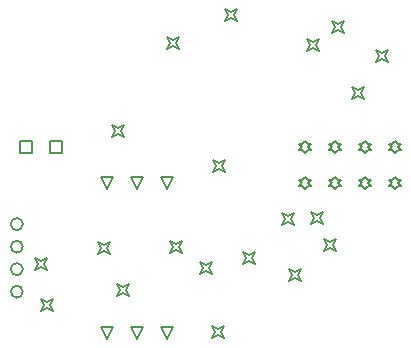
<source format=gbr>
G04 Layer_Color=2752767*
%FSLAX45Y45*%
%MOMM*%
%TF.FileFunction,Drawing*%
%TF.Part,Single*%
G01*
G75*
%TA.AperFunction,NonConductor*%
%ADD41C,0.12700*%
%ADD42C,0.16933*%
D41*
X-2209800Y914400D02*
Y1016000D01*
X-2108200D01*
Y914400D01*
X-2209800D01*
X-2463800D02*
Y1016000D01*
X-2362200D01*
Y914400D01*
X-2463800D01*
X-1727200Y-660400D02*
X-1778000Y-558800D01*
X-1676400D01*
X-1727200Y-660400D01*
X-1473200D02*
X-1524000Y-558800D01*
X-1422400D01*
X-1473200Y-660400D01*
X-1219200D02*
X-1270000Y-558800D01*
X-1168400D01*
X-1219200Y-660400D01*
Y609600D02*
X-1270000Y711200D01*
X-1168400D01*
X-1219200Y609600D01*
X-1473200D02*
X-1524000Y711200D01*
X-1422400D01*
X-1473200Y609600D01*
X-1727200D02*
X-1778000Y711200D01*
X-1676400D01*
X-1727200Y609600D01*
X-50800Y914400D02*
X-25400Y939800D01*
X0D01*
X-25400Y965200D01*
X0Y990600D01*
X-25400D01*
X-50800Y1016000D01*
X-76200Y990600D01*
X-101600D01*
X-76200Y965200D01*
X-101600Y939800D01*
X-76200D01*
X-50800Y914400D01*
X203200D02*
X228600Y939800D01*
X254000D01*
X228600Y965200D01*
X254000Y990600D01*
X228600D01*
X203200Y1016000D01*
X177800Y990600D01*
X152400D01*
X177800Y965200D01*
X152400Y939800D01*
X177800D01*
X203200Y914400D01*
X457200D02*
X482600Y939800D01*
X508000D01*
X482600Y965200D01*
X508000Y990600D01*
X482600D01*
X457200Y1016000D01*
X431800Y990600D01*
X406400D01*
X431800Y965200D01*
X406400Y939800D01*
X431800D01*
X457200Y914400D01*
X711200D02*
X736600Y939800D01*
X762000D01*
X736600Y965200D01*
X762000Y990600D01*
X736600D01*
X711200Y1016000D01*
X685800Y990600D01*
X660400D01*
X685800Y965200D01*
X660400Y939800D01*
X685800D01*
X711200Y914400D01*
X-50800Y609600D02*
X-25400Y635000D01*
X0D01*
X-25400Y660400D01*
X0Y685800D01*
X-25400D01*
X-50800Y711200D01*
X-76200Y685800D01*
X-101600D01*
X-76200Y660400D01*
X-101600Y635000D01*
X-76200D01*
X-50800Y609600D01*
X203200D02*
X228600Y635000D01*
X254000D01*
X228600Y660400D01*
X254000Y685800D01*
X228600D01*
X203200Y711200D01*
X177800Y685800D01*
X152400D01*
X177800Y660400D01*
X152400Y635000D01*
X177800D01*
X203200Y609600D01*
X457200D02*
X482600Y635000D01*
X508000D01*
X482600Y660400D01*
X508000Y685800D01*
X482600D01*
X457200Y711200D01*
X431800Y685800D01*
X406400D01*
X431800Y660400D01*
X406400Y635000D01*
X431800D01*
X457200Y609600D01*
X711200D02*
X736600Y635000D01*
X762000D01*
X736600Y660400D01*
X762000Y685800D01*
X736600D01*
X711200Y711200D01*
X685800Y685800D01*
X660400D01*
X685800Y660400D01*
X660400Y635000D01*
X685800D01*
X711200Y609600D01*
X-1636888Y-298592D02*
X-1611488Y-247792D01*
X-1636888Y-196992D01*
X-1586088Y-222392D01*
X-1535288Y-196992D01*
X-1560688Y-247792D01*
X-1535288Y-298592D01*
X-1586088Y-273192D01*
X-1636888Y-298592D01*
X-840740Y-652780D02*
X-815340Y-601980D01*
X-840740Y-551180D01*
X-789940Y-576580D01*
X-739140Y-551180D01*
X-764540Y-601980D01*
X-739140Y-652780D01*
X-789940Y-627380D01*
X-840740Y-652780D01*
X-2540Y309880D02*
X22860Y360680D01*
X-2540Y411480D01*
X48260Y386080D01*
X99060Y411480D01*
X73660Y360680D01*
X99060Y309880D01*
X48260Y335280D01*
X-2540Y309880D01*
X-35560Y1780540D02*
X-10160Y1831340D01*
X-35560Y1882140D01*
X15240Y1856740D01*
X66040Y1882140D01*
X40640Y1831340D01*
X66040Y1780540D01*
X15240Y1805940D01*
X-35560Y1780540D01*
X-1798320Y60960D02*
X-1772920Y111760D01*
X-1798320Y162560D01*
X-1747520Y137160D01*
X-1696720Y162560D01*
X-1722120Y111760D01*
X-1696720Y60960D01*
X-1747520Y86360D01*
X-1798320Y60960D01*
X551180Y1686560D02*
X576580Y1737360D01*
X551180Y1788160D01*
X601980Y1762760D01*
X652780Y1788160D01*
X627380Y1737360D01*
X652780Y1686560D01*
X601980Y1711960D01*
X551180Y1686560D01*
X-939800Y-111760D02*
X-914400Y-60960D01*
X-939800Y-10160D01*
X-889000Y-35560D01*
X-838200Y-10160D01*
X-863600Y-60960D01*
X-838200Y-111760D01*
X-889000Y-86360D01*
X-939800Y-111760D01*
X-726445Y2031995D02*
X-701045Y2082795D01*
X-726445Y2133595D01*
X-675645Y2108195D01*
X-624845Y2133595D01*
X-650245Y2082795D01*
X-624845Y2031995D01*
X-675645Y2057395D01*
X-726445Y2031995D01*
X-1686560Y1051560D02*
X-1661160Y1102360D01*
X-1686560Y1153160D01*
X-1635760Y1127760D01*
X-1584960Y1153160D01*
X-1610360Y1102360D01*
X-1584960Y1051560D01*
X-1635760Y1076960D01*
X-1686560Y1051560D01*
X-574040Y-25400D02*
X-548640Y25400D01*
X-574040Y76200D01*
X-523240Y50800D01*
X-472440Y76200D01*
X-497840Y25400D01*
X-472440Y-25400D01*
X-523240Y0D01*
X-574040Y-25400D01*
X347980Y1374140D02*
X373380Y1424940D01*
X347980Y1475740D01*
X398780Y1450340D01*
X449580Y1475740D01*
X424180Y1424940D01*
X449580Y1374140D01*
X398780Y1399540D01*
X347980Y1374140D01*
X177800Y1930400D02*
X203200Y1981200D01*
X177800Y2032000D01*
X228600Y2006600D01*
X279400Y2032000D01*
X254000Y1981200D01*
X279400Y1930400D01*
X228600Y1955800D01*
X177800Y1930400D01*
X-828040Y756920D02*
X-802640Y807720D01*
X-828040Y858520D01*
X-777240Y833120D01*
X-726440Y858520D01*
X-751840Y807720D01*
X-726440Y756920D01*
X-777240Y782320D01*
X-828040Y756920D01*
X-2286000Y-421640D02*
X-2260600Y-370840D01*
X-2286000Y-320040D01*
X-2235200Y-345440D01*
X-2184400Y-320040D01*
X-2209800Y-370840D01*
X-2184400Y-421640D01*
X-2235200Y-396240D01*
X-2286000Y-421640D01*
X-1216660Y1793240D02*
X-1191260Y1844040D01*
X-1216660Y1894840D01*
X-1165860Y1869440D01*
X-1115060Y1894840D01*
X-1140460Y1844040D01*
X-1115060Y1793240D01*
X-1165860Y1818640D01*
X-1216660Y1793240D01*
X-243840Y304800D02*
X-218440Y355600D01*
X-243840Y406400D01*
X-193040Y381000D01*
X-142240Y406400D01*
X-167640Y355600D01*
X-142240Y304800D01*
X-193040Y330200D01*
X-243840Y304800D01*
X114300Y83820D02*
X139700Y134620D01*
X114300Y185420D01*
X165100Y160020D01*
X215900Y185420D01*
X190500Y134620D01*
X215900Y83820D01*
X165100Y109220D01*
X114300Y83820D01*
X-1193800Y66040D02*
X-1168400Y116840D01*
X-1193800Y167640D01*
X-1143000Y142240D01*
X-1092200Y167640D01*
X-1117600Y116840D01*
X-1092200Y66040D01*
X-1143000Y91440D01*
X-1193800Y66040D01*
X-2331720Y-73660D02*
X-2306320Y-22860D01*
X-2331720Y27940D01*
X-2280920Y2540D01*
X-2230120Y27940D01*
X-2255520Y-22860D01*
X-2230120Y-73660D01*
X-2280920Y-48260D01*
X-2331720Y-73660D01*
X-185420Y-172720D02*
X-160020Y-121920D01*
X-185420Y-71120D01*
X-134620Y-96520D01*
X-83820Y-71120D01*
X-109220Y-121920D01*
X-83820Y-172720D01*
X-134620Y-147320D01*
X-185420Y-172720D01*
D42*
X-2438400Y-260101D02*
G03*
X-2438400Y-260101I-50800J0D01*
G01*
Y-69601D02*
G03*
X-2438400Y-69601I-50800J0D01*
G01*
Y120899D02*
G03*
X-2438400Y120899I-50800J0D01*
G01*
Y311399D02*
G03*
X-2438400Y311399I-50800J0D01*
G01*
%TF.MD5,8817c3dd38c565f35a9a1c6939bb8bbf*%
M02*

</source>
